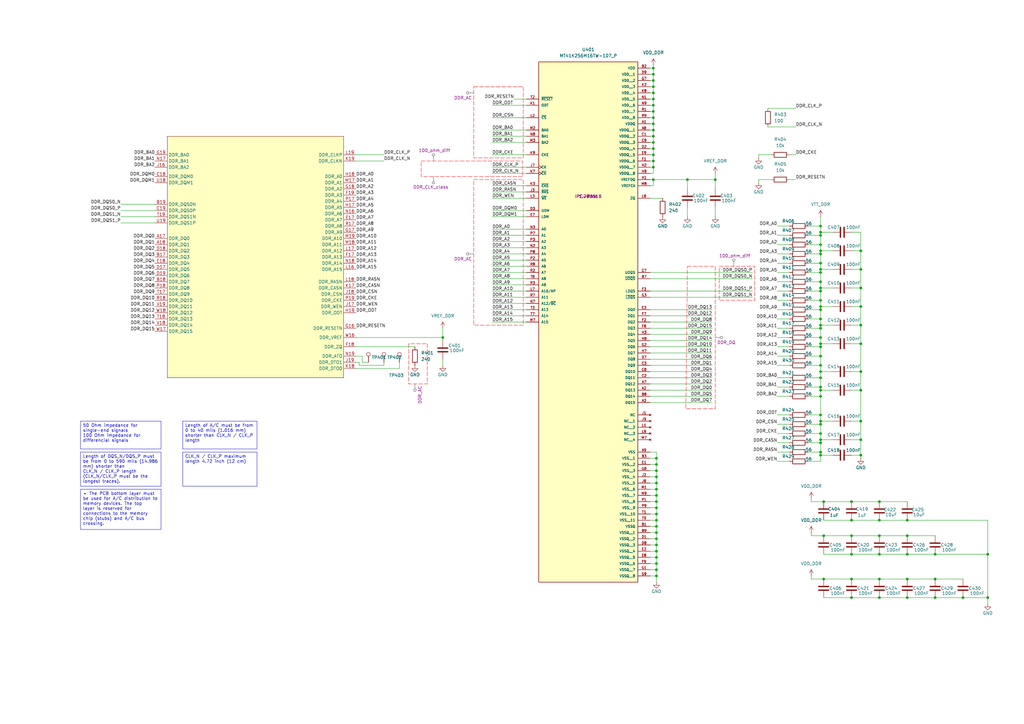
<source format=kicad_sch>
(kicad_sch (version 20250114) (generator "eeschema") (generator_version "9.0")
  (paper "A3")
  (title_block (comment 1 "Author: Mykola Grodskyi"))
  (text_box "Length of DQS_N/DQS_P must be from 0 to 590 mils (14.986 mm) shorter than\nCLK_N / CLK_P length (CLK_N/CLK_P must be the longest traces)." (at 33.02 185.42 0) (size 33.02 13.97) (margins 0.9525 0.9525 0.9525 0.9525) (effects (font (size 1.27 1.27)) (justify left top)))
  (text_box "• The PCB bottom layer must be used for A/C distribution to memory devices. The top\nlayer is reserved for connections to the memory chip (stubs) and A/C bus crossing." (at 33.02 200.66 0) (size 33.02 16.51) (margins 0.9525 0.9525 0.9525 0.9525) (effects (font (size 1.27 1.27)) (justify left top)))
  (text_box "CLK_N / CLK_P maximum length 4.72 inch (12 cm)" (at 74.93 185.42 0) (size 30.48 13.97) (margins 0.9525 0.9525 0.9525 0.9525) (effects (font (size 1.27 1.27)) (justify left top)))
  (text_box "50 Ohm impedance for single-end signals\n100 Ohm impedance for differencial signals" (at 33.02 172.72 0) (size 33.02 11.43) (margins 0.9525 0.9525 0.9525 0.9525) (effects (font (size 1.27 1.27)) (justify left top)))
  (text_box "Length of A/C must be from 0 to 40 mils (1.016 mm) shorter than CLK_N / CLK_P\nlength \n" (at 74.93 172.72 0) (size 30.48 11.43) (margins 0.9525 0.9525 0.9525 0.9525) (effects (font (size 1.27 1.27)) (justify left top)))
  (junction (at 267.97 60.96))
  (junction (at 336.55 177.8))
  (junction (at 269.24 193.04))
  (junction (at 269.24 233.68))
  (junction (at 267.97 73.66))
  (junction (at 269.24 200.66))
  (junction (at 353.06 186.69))
  (junction (at 349.25 237.49))
  (junction (at 336.55 170.18))
  (junction (at 269.24 205.74))
  (junction (at 269.24 187.96))
  (junction (at 269.24 223.52))
  (junction (at 269.24 210.82))
  (junction (at 336.55 111.76))
  (junction (at 372.11 245.11))
  (junction (at 353.06 140.97))
  (junction (at 267.97 68.58))
  (junction (at 267.97 27.94))
  (junction (at 394.97 245.11))
  (junction (at 336.55 173.99))
  (junction (at 336.55 186.69))
  (junction (at 336.55 138.43))
  (junction (at 336.55 102.87))
  (junction (at 336.55 100.33))
  (junction (at 293.37 73.66))
  (junction (at 336.55 123.19))
  (junction (at 360.68 219.71))
  (junction (at 337.82 219.71))
  (junction (at 353.06 160.02))
  (junction (at 336.55 152.4))
  (junction (at 267.97 35.56))
  (junction (at 353.06 125.73))
  (junction (at 383.54 227.33))
  (junction (at 349.25 205.74))
  (junction (at 269.24 220.98))
  (junction (at 383.54 245.11))
  (junction (at 269.24 208.28))
  (junction (at 336.55 180.34))
  (junction (at 267.97 66.04))
  (junction (at 269.24 195.58))
  (junction (at 336.55 133.35))
  (junction (at 349.25 219.71))
  (junction (at 181.61 138.43))
  (junction (at 336.55 115.57))
  (junction (at 360.68 213.36))
  (junction (at 349.25 227.33))
  (junction (at 336.55 162.56))
  (junction (at 337.82 205.74))
  (junction (at 336.55 172.72))
  (junction (at 372.11 227.33))
  (junction (at 336.55 92.71))
  (junction (at 267.97 40.64))
  (junction (at 353.06 152.4))
  (junction (at 269.24 198.12))
  (junction (at 353.06 118.11))
  (junction (at 269.24 226.06))
  (junction (at 372.11 213.36))
  (junction (at 360.68 205.74))
  (junction (at 353.06 133.35))
  (junction (at 267.97 45.72))
  (junction (at 336.55 160.02))
  (junction (at 336.55 119.38))
  (junction (at 353.06 102.87))
  (junction (at 269.24 231.14))
  (junction (at 336.55 118.11))
  (junction (at 269.24 190.5))
  (junction (at 267.97 63.5))
  (junction (at 372.11 237.49))
  (junction (at 269.24 218.44))
  (junction (at 336.55 134.62))
  (junction (at 383.54 237.49))
  (junction (at 267.97 30.48))
  (junction (at 336.55 154.94))
  (junction (at 405.13 227.33))
  (junction (at 336.55 95.25))
  (junction (at 360.68 227.33))
  (junction (at 372.11 219.71))
  (junction (at 336.55 104.14))
  (junction (at 267.97 50.8))
  (junction (at 353.06 180.34))
  (junction (at 336.55 110.49))
  (junction (at 269.24 228.6))
  (junction (at 267.97 43.18))
  (junction (at 269.24 215.9))
  (junction (at 353.06 172.72))
  (junction (at 267.97 33.02))
  (junction (at 336.55 125.73))
  (junction (at 281.94 73.66))
  (junction (at 360.68 245.11))
  (junction (at 336.55 130.81))
  (junction (at 336.55 142.24))
  (junction (at 267.97 53.34))
  (junction (at 269.24 203.2))
  (junction (at 336.55 185.42))
  (junction (at 337.82 237.49))
  (junction (at 269.24 213.36))
  (junction (at 336.55 146.05))
  (junction (at 353.06 110.49))
  (junction (at 267.97 38.1))
  (junction (at 269.24 236.22))
  (junction (at 267.97 48.26))
  (junction (at 349.25 213.36))
  (junction (at 336.55 149.86))
  (junction (at 267.97 58.42))
  (junction (at 360.68 237.49))
  (junction (at 336.55 96.52))
  (junction (at 336.55 158.75))
  (junction (at 336.55 181.61))
  (junction (at 405.13 245.11))
  (junction (at 336.55 107.95))
  (junction (at 349.25 245.11))
  (junction (at 336.55 127))
  (junction (at 267.97 55.88))
  (junction (at 336.55 140.97))
  (wire (pts (xy 269.24 205.74) (xy 269.24 208.28)))
  (wire (pts (xy 318.77 189.23) (xy 323.85 189.23)))
  (wire (pts (xy 353.06 102.87) (xy 353.06 110.49)))
  (wire (pts (xy 281.94 73.66) (xy 281.94 77.47)))
  (wire (pts (xy 269.24 193.04) (xy 269.24 195.58)))
  (wire (pts (xy 336.55 185.42) (xy 336.55 186.69)))
  (wire (pts (xy 336.55 100.33) (xy 336.55 102.87)))
  (wire (pts (xy 201.93 101.6) (xy 215.9 101.6)))
  (wire (pts (xy 341.63 186.69) (xy 336.55 186.69)))
  (wire (pts (xy 383.54 245.11) (xy 394.97 245.11)))
  (wire (pts (xy 336.55 104.14) (xy 336.55 107.95)))
  (wire (pts (xy 372.11 245.11) (xy 383.54 245.11)))
  (wire (pts (xy 336.55 95.25) (xy 336.55 96.52)))
  (wire (pts (xy 266.7 149.86) (xy 292.1 149.86)))
  (wire (pts (xy 157.48 66.04) (xy 146.05 66.04)))
  (wire (pts (xy 267.97 30.48) (xy 267.97 33.02)))
  (wire (pts (xy 336.55 92.71) (xy 336.55 95.25)))
  (wire (pts (xy 318.77 181.61) (xy 323.85 181.61)))
  (wire (pts (xy 336.55 119.38) (xy 331.47 119.38)))
  (wire (pts (xy 269.24 208.28) (xy 266.7 208.28)))
  (wire (pts (xy 336.55 111.76) (xy 336.55 115.57)))
  (wire (pts (xy 266.7 129.54) (xy 292.1 129.54)))
  (wire (pts (xy 311.15 73.66) (xy 316.23 73.66)))
  (wire (pts (xy 318.77 142.24) (xy 323.85 142.24)))
  (wire (pts (xy 353.06 140.97) (xy 353.06 152.4)))
  (wire (pts (xy 336.55 123.19) (xy 331.47 123.19)))
  (wire (pts (xy 269.24 198.12) (xy 266.7 198.12)))
  (wire (pts (xy 336.55 146.05) (xy 336.55 149.86)))
  (wire (pts (xy 337.82 219.71) (xy 349.25 219.71)))
  (wire (pts (xy 269.24 213.36) (xy 269.24 215.9)))
  (wire (pts (xy 336.55 181.61) (xy 336.55 185.42)))
  (wire (pts (xy 336.55 102.87) (xy 336.55 104.14)))
  (wire (pts (xy 336.55 142.24) (xy 331.47 142.24)))
  (wire (pts (xy 269.24 226.06) (xy 266.7 226.06)))
  (wire (pts (xy 49.53 86.36) (xy 63.5 86.36)))
  (wire (pts (xy 341.63 125.73) (xy 336.55 125.73)))
  (wire (pts (xy 336.55 115.57) (xy 331.47 115.57)))
  (wire (pts (xy 360.68 213.36) (xy 372.11 213.36)))
  (wire (pts (xy 341.63 102.87) (xy 336.55 102.87)))
  (wire (pts (xy 336.55 185.42) (xy 331.47 185.42)))
  (wire (pts (xy 336.55 170.18) (xy 336.55 172.72)))
  (wire (pts (xy 353.06 133.35) (xy 349.25 133.35)))
  (wire (pts (xy 269.24 200.66) (xy 266.7 200.66)))
  (wire (pts (xy 266.7 139.7) (xy 292.1 139.7)))
  (wire (pts (xy 311.15 63.5) (xy 316.23 63.5)))
  (wire (pts (xy 372.11 227.33) (xy 383.54 227.33)))
  (wire (pts (xy 336.55 92.71) (xy 331.47 92.71)))
  (wire (pts (xy 336.55 134.62) (xy 336.55 138.43)))
  (wire (pts (xy 267.97 40.64) (xy 267.97 43.18)))
  (wire (pts (xy 201.93 86.36) (xy 215.9 86.36)))
  (wire (pts (xy 267.97 43.18) (xy 267.97 45.72)))
  (wire (pts (xy 394.97 245.11) (xy 405.13 245.11)))
  (wire (pts (xy 49.53 91.44) (xy 63.5 91.44)))
  (wire (pts (xy 383.54 237.49) (xy 394.97 237.49)))
  (wire (pts (xy 266.7 157.48) (xy 292.1 157.48)))
  (wire (pts (xy 267.97 27.94) (xy 266.7 27.94)))
  (wire (pts (xy 405.13 245.11) (xy 405.13 247.65)))
  (wire (pts (xy 269.24 195.58) (xy 266.7 195.58)))
  (wire (pts (xy 269.24 220.98) (xy 266.7 220.98)))
  (wire (pts (xy 266.7 134.62) (xy 292.1 134.62)))
  (wire (pts (xy 201.93 121.92) (xy 215.9 121.92)))
  (wire (pts (xy 267.97 68.58) (xy 267.97 71.12)))
  (wire (pts (xy 267.97 33.02) (xy 266.7 33.02)))
  (wire (pts (xy 269.24 185.42) (xy 269.24 187.96)))
  (wire (pts (xy 266.7 119.38) (xy 308.61 119.38)))
  (wire (pts (xy 269.24 223.52) (xy 266.7 223.52)))
  (wire (pts (xy 349.25 219.71) (xy 360.68 219.71)))
  (wire (pts (xy 269.24 220.98) (xy 269.24 223.52)))
  (wire (pts (xy 146.05 146.05) (xy 148.59 146.05)))
  (wire (pts (xy 267.97 26.67) (xy 267.97 27.94)))
  (wire (pts (xy 267.97 55.88) (xy 266.7 55.88)))
  (wire (pts (xy 311.15 64.77) (xy 311.15 63.5)))
  (wire (pts (xy 372.11 219.71) (xy 383.54 219.71)))
  (wire (pts (xy 266.7 73.66) (xy 267.97 73.66)))
  (wire (pts (xy 267.97 55.88) (xy 267.97 58.42)))
  (wire (pts (xy 269.24 208.28) (xy 269.24 210.82)))
  (wire (pts (xy 336.55 186.69) (xy 336.55 189.23)))
  (wire (pts (xy 331.47 149.86) (xy 336.55 149.86)))
  (wire (pts (xy 372.11 237.49) (xy 383.54 237.49)))
  (wire (pts (xy 269.24 226.06) (xy 269.24 228.6)))
  (wire (pts (xy 266.7 162.56) (xy 292.1 162.56)))
  (wire (pts (xy 323.85 73.66) (xy 326.39 73.66)))
  (wire (pts (xy 266.7 160.02) (xy 292.1 160.02)))
  (wire (pts (xy 281.94 73.66) (xy 293.37 73.66)))
  (wire (pts (xy 266.7 114.3) (xy 308.61 114.3)))
  (wire (pts (xy 267.97 40.64) (xy 266.7 40.64)))
  (wire (pts (xy 269.24 187.96) (xy 269.24 190.5)))
  (wire (pts (xy 181.61 134.62) (xy 181.61 138.43)))
  (wire (pts (xy 318.77 111.76) (xy 323.85 111.76)))
  (wire (pts (xy 269.24 231.14) (xy 269.24 233.68)))
  (wire (pts (xy 353.06 160.02) (xy 349.25 160.02)))
  (wire (pts (xy 267.97 53.34) (xy 266.7 53.34)))
  (wire (pts (xy 353.06 160.02) (xy 353.06 172.72)))
  (wire (pts (xy 372.11 213.36) (xy 405.13 213.36)))
  (wire (pts (xy 266.7 144.78) (xy 292.1 144.78)))
  (wire (pts (xy 318.77 115.57) (xy 323.85 115.57)))
  (wire (pts (xy 405.13 227.33) (xy 405.13 245.11)))
  (wire (pts (xy 266.7 137.16) (xy 292.1 137.16)))
  (wire (pts (xy 267.97 63.5) (xy 266.7 63.5)))
  (wire (pts (xy 201.93 88.9) (xy 215.9 88.9)))
  (wire (pts (xy 336.55 152.4) (xy 336.55 154.94)))
  (wire (pts (xy 269.24 193.04) (xy 266.7 193.04)))
  (wire (pts (xy 201.93 81.28) (xy 215.9 81.28)))
  (wire (pts (xy 201.93 99.06) (xy 215.9 99.06)))
  (wire (pts (xy 341.63 152.4) (xy 336.55 152.4)))
  (wire (pts (xy 318.77 107.95) (xy 323.85 107.95)))
  (wire (pts (xy 336.55 133.35) (xy 336.55 134.62)))
  (wire (pts (xy 157.48 148.59) (xy 157.48 149.86)))
  (wire (pts (xy 353.06 172.72) (xy 349.25 172.72)))
  (wire (pts (xy 266.7 127) (xy 292.1 127)))
  (wire (pts (xy 269.24 210.82) (xy 266.7 210.82)))
  (wire (pts (xy 269.24 236.22) (xy 269.24 238.76)))
  (wire (pts (xy 146.05 151.13) (xy 163.83 151.13)))
  (wire (pts (xy 349.25 227.33) (xy 360.68 227.33)))
  (wire (pts (xy 318.77 130.81) (xy 323.85 130.81)))
  (wire (pts (xy 266.7 165.1) (xy 292.1 165.1)))
  (wire (pts (xy 336.55 115.57) (xy 336.55 118.11)))
  (wire (pts (xy 360.68 245.11) (xy 372.11 245.11)))
  (wire (pts (xy 353.06 133.35) (xy 353.06 140.97)))
  (wire (pts (xy 336.55 130.81) (xy 331.47 130.81)))
  (wire (pts (xy 49.53 88.9) (xy 63.5 88.9)))
  (wire (pts (xy 341.63 160.02) (xy 336.55 160.02)))
  (wire (pts (xy 201.93 96.52) (xy 215.9 96.52)))
  (wire (pts (xy 269.24 190.5) (xy 266.7 190.5)))
  (wire (pts (xy 318.77 154.94) (xy 323.85 154.94)))
  (wire (pts (xy 148.59 146.05) (xy 148.59 148.59)))
  (wire (pts (xy 336.55 172.72) (xy 336.55 173.99)))
  (wire (pts (xy 336.55 160.02) (xy 336.55 162.56)))
  (wire (pts (xy 336.55 162.56) (xy 336.55 170.18)))
  (wire (pts (xy 337.82 227.33) (xy 349.25 227.33)))
  (wire (pts (xy 349.25 245.11) (xy 360.68 245.11)))
  (wire (pts (xy 336.55 154.94) (xy 331.47 154.94)))
  (wire (pts (xy 353.06 152.4) (xy 349.25 152.4)))
  (wire (pts (xy 332.74 219.71) (xy 337.82 219.71)))
  (wire (pts (xy 269.24 228.6) (xy 266.7 228.6)))
  (wire (pts (xy 331.47 100.33) (xy 336.55 100.33)))
  (wire (pts (xy 267.97 38.1) (xy 266.7 38.1)))
  (wire (pts (xy 201.93 132.08) (xy 215.9 132.08)))
  (wire (pts (xy 266.7 81.28) (xy 271.78 81.28)))
  (wire (pts (xy 269.24 213.36) (xy 266.7 213.36)))
  (wire (pts (xy 269.24 215.9) (xy 266.7 215.9)))
  (wire (pts (xy 157.48 149.86) (xy 147.32 149.86)))
  (wire (pts (xy 267.97 53.34) (xy 267.97 55.88)))
  (wire (pts (xy 336.55 134.62) (xy 331.47 134.62)))
  (wire (pts (xy 353.06 180.34) (xy 349.25 180.34)))
  (wire (pts (xy 337.82 213.36) (xy 349.25 213.36)))
  (wire (pts (xy 336.55 162.56) (xy 331.47 162.56)))
  (wire (pts (xy 147.32 149.86) (xy 147.32 148.59)))
  (wire (pts (xy 336.55 107.95) (xy 336.55 110.49)))
  (wire (pts (xy 163.83 151.13) (xy 163.83 148.59)))
  (wire (pts (xy 353.06 180.34) (xy 353.06 186.69)))
  (wire (pts (xy 266.7 142.24) (xy 292.1 142.24)))
  (wire (pts (xy 332.74 236.22) (xy 332.74 237.49)))
  (wire (pts (xy 201.93 93.98) (xy 215.9 93.98)))
  (wire (pts (xy 201.93 104.14) (xy 215.9 104.14)))
  (wire (pts (xy 201.93 48.26) (xy 215.9 48.26)))
  (wire (pts (xy 201.93 116.84) (xy 215.9 116.84)))
  (wire (pts (xy 267.97 76.2) (xy 267.97 73.66)))
  (wire (pts (xy 341.63 180.34) (xy 336.55 180.34)))
  (wire (pts (xy 353.06 95.25) (xy 349.25 95.25)))
  (wire (pts (xy 349.25 213.36) (xy 360.68 213.36)))
  (wire (pts (xy 181.61 139.7) (xy 181.61 138.43)))
  (wire (pts (xy 201.93 63.5) (xy 215.9 63.5)))
  (wire (pts (xy 293.37 73.66) (xy 293.37 77.47)))
  (wire (pts (xy 336.55 118.11) (xy 336.55 119.38)))
  (wire (pts (xy 269.24 203.2) (xy 269.24 205.74)))
  (wire (pts (xy 318.77 100.33) (xy 323.85 100.33)))
  (wire (pts (xy 201.93 124.46) (xy 215.9 124.46)))
  (wire (pts (xy 201.93 43.18) (xy 215.9 43.18)))
  (wire (pts (xy 201.93 114.3) (xy 215.9 114.3)))
  (wire (pts (xy 336.55 149.86) (xy 336.55 152.4)))
  (wire (pts (xy 353.06 118.11) (xy 349.25 118.11)))
  (wire (pts (xy 269.24 198.12) (xy 269.24 200.66)))
  (wire (pts (xy 281.94 88.9) (xy 281.94 85.09)))
  (wire (pts (xy 353.06 186.69) (xy 349.25 186.69)))
  (wire (pts (xy 318.77 170.18) (xy 323.85 170.18)))
  (wire (pts (xy 336.55 181.61) (xy 331.47 181.61)))
  (wire (pts (xy 331.47 104.14) (xy 336.55 104.14)))
  (wire (pts (xy 269.24 185.42) (xy 266.7 185.42)))
  (wire (pts (xy 336.55 189.23) (xy 331.47 189.23)))
  (wire (pts (xy 266.7 147.32) (xy 292.1 147.32)))
  (wire (pts (xy 353.06 125.73) (xy 349.25 125.73)))
  (wire (pts (xy 201.93 76.2) (xy 215.9 76.2)))
  (wire (pts (xy 341.63 133.35) (xy 336.55 133.35)))
  (wire (pts (xy 201.93 71.12) (xy 215.9 71.12)))
  (wire (pts (xy 201.93 55.88) (xy 215.9 55.88)))
  (wire (pts (xy 267.97 58.42) (xy 266.7 58.42)))
  (wire (pts (xy 267.97 33.02) (xy 267.97 35.56)))
  (wire (pts (xy 201.93 53.34) (xy 215.9 53.34)))
  (wire (pts (xy 293.37 88.9) (xy 293.37 85.09)))
  (wire (pts (xy 267.97 35.56) (xy 267.97 38.1)))
  (wire (pts (xy 337.82 205.74) (xy 349.25 205.74)))
  (wire (pts (xy 341.63 110.49) (xy 336.55 110.49)))
  (wire (pts (xy 314.96 44.45) (xy 326.39 44.45)))
  (wire (pts (xy 353.06 186.69) (xy 353.06 187.96)))
  (wire (pts (xy 353.06 172.72) (xy 353.06 180.34)))
  (wire (pts (xy 360.68 227.33) (xy 372.11 227.33)))
  (wire (pts (xy 267.97 58.42) (xy 267.97 60.96)))
  (wire (pts (xy 269.24 228.6) (xy 269.24 231.14)))
  (wire (pts (xy 332.74 218.44) (xy 332.74 219.71)))
  (wire (pts (xy 269.24 233.68) (xy 266.7 233.68)))
  (wire (pts (xy 318.77 146.05) (xy 323.85 146.05)))
  (wire (pts (xy 336.55 125.73) (xy 336.55 127)))
  (wire (pts (xy 353.06 95.25) (xy 353.06 102.87)))
  (wire (pts (xy 337.82 237.49) (xy 349.25 237.49)))
  (wire (pts (xy 269.24 203.2) (xy 266.7 203.2)))
  (wire (pts (xy 269.24 231.14) (xy 266.7 231.14)))
  (wire (pts (xy 353.06 140.97) (xy 349.25 140.97)))
  (wire (pts (xy 267.97 66.04) (xy 266.7 66.04)))
  (wire (pts (xy 318.77 96.52) (xy 323.85 96.52)))
  (wire (pts (xy 148.59 148.59) (xy 151.13 148.59)))
  (wire (pts (xy 146.05 138.43) (xy 181.61 138.43)))
  (wire (pts (xy 332.74 204.47) (xy 332.74 205.74)))
  (wire (pts (xy 336.55 140.97) (xy 336.55 142.24)))
  (wire (pts (xy 353.06 152.4) (xy 353.06 160.02)))
  (wire (pts (xy 267.97 60.96) (xy 266.7 60.96)))
  (wire (pts (xy 269.24 205.74) (xy 266.7 205.74)))
  (wire (pts (xy 269.24 218.44) (xy 269.24 220.98)))
  (wire (pts (xy 336.55 127) (xy 331.47 127)))
  (wire (pts (xy 146.05 148.59) (xy 147.32 148.59)))
  (wire (pts (xy 341.63 118.11) (xy 336.55 118.11)))
  (wire (pts (xy 336.55 107.95) (xy 331.47 107.95)))
  (wire (pts (xy 318.77 185.42) (xy 323.85 185.42)))
  (wire (pts (xy 318.77 134.62) (xy 323.85 134.62)))
  (wire (pts (xy 267.97 43.18) (xy 266.7 43.18)))
  (wire (pts (xy 341.63 140.97) (xy 336.55 140.97)))
  (wire (pts (xy 267.97 35.56) (xy 266.7 35.56)))
  (wire (pts (xy 318.77 177.8) (xy 323.85 177.8)))
  (wire (pts (xy 341.63 95.25) (xy 336.55 95.25)))
  (wire (pts (xy 210.82 40.64) (xy 215.9 40.64)))
  (wire (pts (xy 336.55 142.24) (xy 336.55 146.05)))
  (wire (pts (xy 318.77 123.19) (xy 323.85 123.19)))
  (wire (pts (xy 146.05 142.24) (xy 170.18 142.24)))
  (wire (pts (xy 353.06 102.87) (xy 349.25 102.87)))
  (wire (pts (xy 336.55 110.49) (xy 336.55 111.76)))
  (wire (pts (xy 336.55 158.75) (xy 336.55 160.02)))
  (wire (pts (xy 336.55 123.19) (xy 336.55 125.73)))
  (wire (pts (xy 267.97 27.94) (xy 267.97 30.48)))
  (wire (pts (xy 341.63 172.72) (xy 336.55 172.72)))
  (wire (pts (xy 318.77 104.14) (xy 323.85 104.14)))
  (wire (pts (xy 349.25 205.74) (xy 360.68 205.74)))
  (wire (pts (xy 318.77 92.71) (xy 323.85 92.71)))
  (wire (pts (xy 267.97 45.72) (xy 266.7 45.72)))
  (wire (pts (xy 336.55 119.38) (xy 336.55 123.19)))
  (wire (pts (xy 336.55 111.76) (xy 331.47 111.76)))
  (wire (pts (xy 293.37 71.12) (xy 293.37 73.66)))
  (wire (pts (xy 318.77 158.75) (xy 323.85 158.75)))
  (wire (pts (xy 269.24 233.68) (xy 269.24 236.22)))
  (wire (pts (xy 267.97 48.26) (xy 267.97 50.8)))
  (wire (pts (xy 201.93 68.58) (xy 215.9 68.58)))
  (wire (pts (xy 201.93 111.76) (xy 215.9 111.76)))
  (wire (pts (xy 267.97 63.5) (xy 267.97 66.04)))
  (wire (pts (xy 181.61 149.86) (xy 181.61 147.32)))
  (wire (pts (xy 267.97 38.1) (xy 267.97 40.64)))
  (wire (pts (xy 336.55 177.8) (xy 331.47 177.8)))
  (wire (pts (xy 318.77 127) (xy 323.85 127)))
  (wire (pts (xy 336.55 170.18) (xy 331.47 170.18)))
  (wire (pts (xy 353.06 110.49) (xy 349.25 110.49)))
  (wire (pts (xy 269.24 200.66) (xy 269.24 203.2)))
  (wire (pts (xy 336.55 180.34) (xy 336.55 181.61)))
  (wire (pts (xy 267.97 50.8) (xy 266.7 50.8)))
  (wire (pts (xy 353.06 118.11) (xy 353.06 125.73)))
  (wire (pts (xy 269.24 190.5) (xy 269.24 193.04)))
  (wire (pts (xy 266.7 111.76) (xy 308.61 111.76)))
  (wire (pts (xy 201.93 109.22) (xy 215.9 109.22)))
  (wire (pts (xy 336.55 177.8) (xy 336.55 180.34)))
  (wire (pts (xy 336.55 154.94) (xy 336.55 158.75)))
  (wire (pts (xy 318.77 173.99) (xy 323.85 173.99)))
  (wire (pts (xy 318.77 119.38) (xy 323.85 119.38)))
  (wire (pts (xy 336.55 96.52) (xy 336.55 100.33)))
  (wire (pts (xy 318.77 149.86) (xy 323.85 149.86)))
  (wire (pts (xy 267.97 50.8) (xy 267.97 53.34)))
  (wire (pts (xy 269.24 187.96) (xy 266.7 187.96)))
  (wire (pts (xy 267.97 30.48) (xy 266.7 30.48)))
  (wire (pts (xy 266.7 76.2) (xy 267.97 76.2)))
  (wire (pts (xy 266.7 154.94) (xy 292.1 154.94)))
  (wire (pts (xy 49.53 83.82) (xy 63.5 83.82)))
  (wire (pts (xy 201.93 119.38) (xy 215.9 119.38)))
  (wire (pts (xy 360.68 205.74) (xy 372.11 205.74)))
  (wire (pts (xy 336.55 146.05) (xy 331.47 146.05)))
  (wire (pts (xy 266.7 132.08) (xy 292.1 132.08)))
  (wire (pts (xy 269.24 236.22) (xy 266.7 236.22)))
  (wire (pts (xy 353.06 125.73) (xy 353.06 133.35)))
  (wire (pts (xy 353.06 110.49) (xy 353.06 118.11)))
  (wire (pts (xy 349.25 237.49) (xy 360.68 237.49)))
  (wire (pts (xy 318.77 162.56) (xy 323.85 162.56)))
  (wire (pts (xy 336.55 173.99) (xy 331.47 173.99)))
  (wire (pts (xy 267.97 45.72) (xy 267.97 48.26)))
  (wire (pts (xy 332.74 205.74) (xy 337.82 205.74)))
  (wire (pts (xy 267.97 48.26) (xy 266.7 48.26)))
  (wire (pts (xy 267.97 60.96) (xy 267.97 63.5)))
  (wire (pts (xy 201.93 58.42) (xy 215.9 58.42)))
  (wire (pts (xy 383.54 227.33) (xy 405.13 227.33)))
  (wire (pts (xy 336.55 127) (xy 336.55 130.81)))
  (wire (pts (xy 336.55 138.43) (xy 331.47 138.43)))
  (wire (pts (xy 318.77 138.43) (xy 323.85 138.43)))
  (wire (pts (xy 201.93 129.54) (xy 215.9 129.54)))
  (wire (pts (xy 332.74 237.49) (xy 337.82 237.49)))
  (wire (pts (xy 267.97 66.04) (xy 267.97 68.58)))
  (wire (pts (xy 336.55 158.75) (xy 331.47 158.75)))
  (wire (pts (xy 269.24 215.9) (xy 269.24 218.44)))
  (wire (pts (xy 157.48 63.5) (xy 146.05 63.5)))
  (wire (pts (xy 405.13 213.36) (xy 405.13 227.33)))
  (wire (pts (xy 360.68 219.71) (xy 372.11 219.71)))
  (wire (pts (xy 269.24 195.58) (xy 269.24 198.12)))
  (wire (pts (xy 267.97 73.66) (xy 281.94 73.66)))
  (wire (pts (xy 269.24 210.82) (xy 269.24 213.36)))
  (wire (pts (xy 269.24 223.52) (xy 269.24 226.06)))
  (wire (pts (xy 326.39 52.07) (xy 314.96 52.07)))
  (wire (pts (xy 323.85 63.5) (xy 326.39 63.5)))
  (wire (pts (xy 266.7 121.92) (xy 308.61 121.92)))
  (wire (pts (xy 201.93 106.68) (xy 215.9 106.68)))
  (wire (pts (xy 336.55 173.99) (xy 336.55 177.8)))
  (wire (pts (xy 201.93 127) (xy 215.9 127)))
  (wire (pts (xy 201.93 78.74) (xy 215.9 78.74)))
  (wire (pts (xy 267.97 68.58) (xy 266.7 68.58)))
  (wire (pts (xy 360.68 237.49) (xy 372.11 237.49)))
  (wire (pts (xy 269.24 218.44) (xy 266.7 218.44)))
  (wire (pts (xy 331.47 96.52) (xy 336.55 96.52)))
  (wire (pts (xy 337.82 245.11) (xy 349.25 245.11)))
  (wire (pts (xy 311.15 74.93) (xy 311.15 73.66)))
  (wire (pts (xy 266.7 152.4) (xy 292.1 152.4)))
  (wire (pts (xy 336.55 130.81) (xy 336.55 133.35)))
  (wire (pts (xy 336.55 138.43) (xy 336.55 140.97)))
  (wire (pts (xy 267.97 71.12) (xy 266.7 71.12)))
  (wire (pts (xy 336.55 88.9) (xy 336.55 92.71)))
  (label "DDR_RASN" (at 201.93 78.74 0))
  (label "DDR_DQS0_P" (at 308.61 111.76 180))
  (label "DDR_A15" (at 201.93 132.08 0))
  (label "DDR_DQ10" (at 63.5 123.19 180))
  (label "DDR_DQ9" (at 63.5 120.65 180))
  (label "DDR_A10" (at 318.77 130.81 180))
  (label "DDR_A12" (at 201.93 124.46 0))
  (label "DDR_CKE" (at 318.77 177.8 180))
  (label "DDR_DQ3" (at 63.5 105.41 180))
  (label "DDR_A1" (at 201.93 96.52 0))
  (label "DDR_CASN" (at 318.77 181.61 180))
  (label "DDR_ODT" (at 201.93 43.18 0))
  (label "DDR_BA0" (at 63.5 63.5 180))
  (label "DDR_DQ5" (at 63.5 110.49 180))
  (label "DDR_DQ2" (at 292.1 157.48 180))
  (label "DDR_A2" (at 146.05 77.47 0))
  (label "DDR_A8" (at 318.77 123.19 180))
  (label "DDR_DQ14" (at 292.1 139.7 180))
  (label "DDR_DQS1_P" (at 308.61 119.38 180))
  (label "DDR_A10" (at 201.93 119.38 0))
  (label "DDR_A3" (at 146.05 80.01 0))
  (label "DDR_A3" (at 318.77 104.14 180))
  (label "DDR_A9" (at 146.05 95.25 0))
  (label "DDR_DQ0" (at 292.1 160.02 180))
  (label "DDR_BA2" (at 63.5 68.58 180))
  (label "DDR_A14" (at 318.77 146.05 180))
  (label "DDR_CSN" (at 201.93 48.26 0))
  (label "DDR_A4" (at 146.05 82.55 0))
  (label "DDR_DQS1_P" (at 49.53 91.44 180))
  (label "DDR_CKE" (at 326.39 63.5 0))
  (label "DDR_A7" (at 318.77 119.38 180))
  (label "DDR_A5" (at 201.93 106.68 0))
  (label "DDR_A9" (at 318.77 127 180))
  (label "DDR_DQM0" (at 201.93 86.36 0))
  (label "DDR_DQ8" (at 63.5 118.11 180))
  (label "DDR_CASN" (at 201.93 76.2 0))
  (label "DDR_A4" (at 318.77 107.95 180))
  (label "DDR_CLK_N" (at 157.48 66.04 0))
  (label "DDR_DQ13" (at 292.1 127 180))
  (label "DDR_A3" (at 201.93 101.6 0))
  (label "DDR_RESETN" (at 146.05 134.62 0))
  (label "DDR_ODT" (at 146.05 128.27 0))
  (label "DDR_A0" (at 146.05 72.39 0))
  (label "DDR_DQ10" (at 292.1 142.24 180))
  (label "DDR_CLK_P" (at 157.48 63.5 0))
  (label "DDR_DQ3" (at 292.1 154.94 180))
  (label "DDR_CKE" (at 201.93 63.5 0))
  (label "DDR_WEN" (at 146.05 125.73 0))
  (label "DDR_DQ14" (at 63.5 133.35 180))
  (label "DDR_BA0" (at 318.77 154.94 180))
  (label "DDR_BA1" (at 63.5 66.04 180))
  (label "DDR_DQ11" (at 292.1 144.78 180))
  (label "DDR_BA1" (at 201.93 55.88 0))
  (label "DDR_A14" (at 201.93 129.54 0))
  (label "DDR_WEN" (at 318.77 189.23 180))
  (label "DDR_CLK_N" (at 326.39 52.07 0))
  (label "DDR_A8" (at 201.93 114.3 0))
  (label "DDR_DQ7" (at 63.5 115.57 180))
  (label "DDR_DQ7" (at 292.1 165.1 180))
  (label "DDR_CKE" (at 146.05 123.19 0))
  (label "DDR_DQ15" (at 292.1 134.62 180))
  (label "DDR_A6" (at 318.77 115.57 180))
  (label "DDR_DQ4" (at 292.1 152.4 180))
  (label "DDR_BA2" (at 318.77 162.56 180))
  (label "DDR_A1" (at 318.77 96.52 180))
  (label "DDR_A0" (at 318.77 92.71 180))
  (label "DDR_A2" (at 318.77 100.33 180))
  (label "DDR_DQ13" (at 63.5 130.81 180))
  (label "DDR_A15" (at 146.05 110.49 0))
  (label "DDR_ODT" (at 318.77 170.18 180))
  (label "DDR_DQS1_N" (at 49.53 88.9 180))
  (label "DDR_DQ6" (at 63.5 113.03 180))
  (label "DDR_A13" (at 318.77 142.24 180))
  (label "DDR_DQ12" (at 63.5 128.27 180))
  (label "DDR_A14" (at 146.05 107.95 0))
  (label "DDR_DQ15" (at 63.5 135.89 180))
  (label "DDR_A1" (at 146.05 74.93 0))
  (label "DDR_DQS0_P" (at 49.53 86.36 180))
  (label "DDR_A11" (at 201.93 121.92 0))
  (label "DDR_CLK_P" (at 326.39 44.45 0))
  (label "DDR_A7" (at 146.05 90.17 0))
  (label "DDR_BA2" (at 201.93 58.42 0))
  (label "DDR_A2" (at 201.93 99.06 0))
  (label "DDR_A4" (at 201.93 104.14 0))
  (label "DDR_A5" (at 146.05 85.09 0))
  (label "DDR_A9" (at 201.93 116.84 0))
  (label "DDR_DQ2" (at 63.5 102.87 180))
  (label "DDR_A15" (at 318.77 149.86 180))
  (label "DDR_A6" (at 146.05 87.63 0))
  (label "DDR_A8" (at 146.05 92.71 0))
  (label "DDR_A12" (at 146.05 102.87 0))
  (label "DDR_DQS0_N" (at 49.53 83.82 180))
  (label "DDR_A7" (at 201.93 111.76 0))
  (label "DDR_DQ0" (at 63.5 97.79 180))
  (label "DDR_DQ1" (at 292.1 149.86 180))
  (label "DDR_DQ8" (at 292.1 132.08 180))
  (label "DDR_A5" (at 318.77 111.76 180))
  (label "DDR_RASN" (at 146.05 115.57 0))
  (label "DDR_RESETN" (at 210.82 40.64 180))
  (label "DDR_A12" (at 318.77 138.43 180))
  (label "DDR_DQ11" (at 63.5 125.73 180))
  (label "DDR_CLK_P" (at 201.93 68.58 0))
  (label "DDR_CLK_N" (at 201.93 71.12 0))
  (label "DDR_DQS1_N" (at 308.61 121.92 180))
  (label "DDR_DQ9" (at 292.1 137.16 180))
  (label "DDR_CSN" (at 318.77 173.99 180))
  (label "DDR_A11" (at 318.77 134.62 180))
  (label "DDR_A11" (at 146.05 100.33 0))
  (label "DDR_DQM1" (at 201.93 88.9 0))
  (label "DDR_BA0" (at 201.93 53.34 0))
  (label "DDR_A10" (at 146.05 97.79 0))
  (label "DDR_CASN" (at 146.05 118.11 0))
  (label "DDR_DQ6" (at 292.1 147.32 180))
  (label "DDR_DQ4" (at 63.5 107.95 180))
  (label "DDR_CSN" (at 146.05 120.65 0))
  (label "DDR_DQM0" (at 63.5 72.39 180))
  (label "DDR_DQ1" (at 63.5 100.33 180))
  (label "DDR_RASN" (at 318.77 185.42 180))
  (label "DDR_A6" (at 201.93 109.22 0))
  (label "DDR_DQ5" (at 292.1 162.56 180))
  (label "DDR_WEN" (at 201.93 81.28 0))
  (label "DDR_DQ12" (at 292.1 129.54 180))
  (label "DDR_DQM1" (at 63.5 74.93 180))
  (label "DDR_A13" (at 146.05 105.41 0))
  (label "DDR_DQS0_N" (at 308.61 114.3 180))
  (label "DDR_A0" (at 201.93 93.98 0))
  (label "DDR_A13" (at 201.93 127 0))
  (label "DDR_RESETN" (at 326.39 73.66 0))
  (label "DDR_BA1" (at 318.77 158.75 180))
  (rule_area (polyline (pts (xy 194.31 35.56) (xy 214.63 35.56) (xy 214.63 64.77) (xy 194.31 64.77)) (stroke (width 0) (type dash))))
  (rule_area (polyline (pts (xy 194.31 73.66) (xy 214.63 73.66) (xy 214.63 133.35) (xy 194.31 133.35)) (stroke (width 0) (type dash))))
  (rule_area (polyline (pts (xy 172.72 66.04) (xy 214.3125 66.04) (xy 214.3125 72.39) (xy 172.72 72.39)) (stroke (width 0) (type dash))))
  (rule_area (polyline (pts (xy 294.9575 109.22) (xy 309.5625 109.22) (xy 309.5625 123.19) (xy 294.9575 123.19)) (stroke (width 0) (type dash))))
  (rule_area (polyline (pts (xy 281.94 109.22) (xy 293.37 109.22) (xy 293.37 167.64) (xy 281.305 167.64)) (stroke (width 0) (type dash))))
  (rule_area (polyline (pts (xy 167.64 140.97) (xy 167.64 157.48) (xy 175.26 157.48) (xy 175.26 140.97)) (stroke (width 0) (type dash))))
  (netclass_flag "" (length 2.54) (shape round) (at 177.8 66.04 0) (property "Netclass" "100_ohm_diff" (at 171.704 61.722 0) (effects (justify left))))
  (netclass_flag "" (length 2.54) (shape round) (at 177.8 72.39 180) (property "Netclass" "DDR_CLK_class" (at 183.896 76.708 0) (effects (justify right))))
  (netclass_flag "" (length 2.54) (shape round) (at 170.18 157.48 180) (property "Netclass" "DDR_AC" (at 172.212 158.242 90) (effects (justify right))))
  (netclass_flag "" (length 2.54) (shape round) (at 194.31 104.14 90) (property "Netclass" "DDR_AC" (at 193.548 106.172 0) (effects (justify right))))
  (netclass_flag "" (length 2.54) (shape round) (at 293.37 138.43 270) (property "Netclass" "DDR_DQ" (at 294.132 140.462 0) (effects (justify left))))
  (netclass_flag "" (length 2.54) (shape round) (at 300.99 109.22 0) (property "Netclass" "100_ohm_diff" (at 294.894 104.902 0) (effects (justify left))))
  (netclass_flag "" (length 2.54) (shape round) (at 194.31 38.1 90) (property "Netclass" "DDR_AC" (at 193.548 40.132 0) (effects (justify right))))
  (symbol (lib_id "Connector:TestPoint") (at 163.83 148.59 0) (unit 1)
    (property "Reference" "TP403" (at 159.512 153.924 0) (effects (justify left)))
    (property "Value" "TestPoint" (effects (hide yes)))
    (property "Footprint" "Library:TP_0.5mm" (effects (hide yes)))
    (property "Description" "test point" (effects (hide yes)))
  )
  (symbol (lib_id "power:+36V") (at 332.74 236.22 0) (unit 1)
    (property "Reference" "#PWR0414" (effects (hide yes)))
    (property "Value" "VDD_DDR" (at 332.74 231.14 0))
    (property "Description" "Power symbol creates a global label with name \"+36V\"" (effects (hide yes)))
  )
  (symbol (lib_id "Device:R") (at 327.66 170.18 90) (unit 1)
    (property "Reference" "R424" (at 323.342 168.148 90))
    (property "Value" "56" (at 331.724 169.164 90))
    (property "Footprint" "Resistor_SMD:R_0402_1005Metric" (effects (hide yes)))
    (property "Description" "Resistor" (effects (hide yes)))
  )
  (symbol (lib_id "power:GND") (at 170.18 149.86 0) (unit 1)
    (property "Reference" "#PWR0401" (effects (hide yes)))
    (property "Value" "GND" (at 170.18 153.67 0))
    (property "Description" "Power symbol creates a global label with name \"GND\" , ground" (effects (hide yes)))
  )
  (symbol (lib_id "power:GND") (at 311.15 74.93 0) (unit 1)
    (property "Reference" "#PWR0411" (effects (hide yes)))
    (property "Value" "GND" (at 311.15 78.74 0))
    (property "Description" "Power symbol creates a global label with name \"GND\" , ground" (effects (hide yes)))
  )
  (symbol (lib_id "Device:R") (at 314.96 48.26 0) (unit 1)
    (property "Reference" "R403" (at 317.5 46.9899 0) (effects (justify left)))
    (property "Value" "100" (at 317.5 49.5299 0) (effects (justify left)))
    (property "Footprint" "Resistor_SMD:R_0402_1005Metric" (effects (hide yes)))
    (property "Description" "Resistor" (effects (hide yes)))
  )
  (symbol (lib_id "Device:C") (at 372.11 209.55 180) (unit 1)
    (property "Reference" "C425" (at 376.428 209.042 0))
    (property "Value" "10uF" (at 376.936 211.074 0))
    (property "Footprint" "Capacitor_SMD:C_0603_1608Metric" (effects (hide yes)))
    (property "Description" "Unpolarized capacitor" (effects (hide yes)))
    (property "P/N" "GRT188R61A106KE13D" (effects (hide yes)))
    (property "Mouser P/N" "81-GRT188R61A106KE3D" (effects (hide yes)))
  )
  (symbol (lib_id "Device:C") (at 349.25 241.3 180) (unit 1)
    (property "Reference" "C421" (at 354.076 241.3 0))
    (property "Value" "100nF" (at 355.092 243.332 0))
    (property "Footprint" "Capacitor_SMD:C_0402_1005Metric" (effects (hide yes)))
    (property "Description" "Unpolarized capacitor" (effects (hide yes)))
    (property "P/N" " GRM155R61E104KA87J" (effects (hide yes)))
    (property "Mouser P/N" "81-GRM155R61E104KA7J" (effects (hide yes)))
  )
  (symbol (lib_id "Device:C") (at 345.44 140.97 90) (unit 1)
    (property "Reference" "C413" (at 341.884 138.938 90))
    (property "Value" "100nF" (at 350.012 138.938 90))
    (property "Footprint" "Capacitor_SMD:C_0402_1005Metric" (effects (hide yes)))
    (property "Description" "Unpolarized capacitor" (effects (hide yes)))
    (property "P/N" " GRM155R61E104KA87J" (effects (hide yes)))
    (property "Mouser P/N" "81-GRM155R61E104KA7J" (effects (hide yes)))
  )
  (symbol (lib_id "Device:C") (at 345.44 118.11 90) (unit 1)
    (property "Reference" "C410" (at 341.884 116.078 90))
    (property "Value" "100nF" (at 350.012 116.078 90))
    (property "Footprint" "Capacitor_SMD:C_0402_1005Metric" (effects (hide yes)))
    (property "Description" "Unpolarized capacitor" (effects (hide yes)))
    (property "P/N" " GRM155R61E104KA87J" (effects (hide yes)))
    (property "Mouser P/N" "81-GRM155R61E104KA7J" (effects (hide yes)))
  )
  (symbol (lib_id "Device:C") (at 345.44 102.87 90) (unit 1)
    (property "Reference" "C408" (at 341.884 100.838 90))
    (property "Value" "100nF" (at 350.012 100.838 90))
    (property "Footprint" "Capacitor_SMD:C_0402_1005Metric" (effects (hide yes)))
    (property "Description" "Unpolarized capacitor" (effects (hide yes)))
    (property "P/N" " GRM155R61E104KA87J" (effects (hide yes)))
    (property "Mouser P/N" "81-GRM155R61E104KA7J" (effects (hide yes)))
  )
  (symbol (lib_id "Device:C") (at 345.44 160.02 90) (unit 1)
    (property "Reference" "C415" (at 341.884 157.988 90))
    (property "Value" "100nF" (at 350.012 157.988 90))
    (property "Footprint" "Capacitor_SMD:C_0402_1005Metric" (effects (hide yes)))
    (property "Description" "Unpolarized capacitor" (effects (hide yes)))
    (property "P/N" " GRM155R61E104KA87J" (effects (hide yes)))
    (property "Mouser P/N" "81-GRM155R61E104KA7J" (effects (hide yes)))
  )
  (symbol (lib_id "Device:C") (at 181.61 143.51 180) (unit 1)
    (property "Reference" "C401" (at 186.436 141.732 0))
    (property "Value" "100nF" (at 187.452 143.764 0))
    (property "Footprint" "Capacitor_SMD:C_0402_1005Metric" (effects (hide yes)))
    (property "Description" "Unpolarized capacitor" (effects (hide yes)))
    (property "P/N" " GRM155R61E104KA87J" (effects (hide yes)))
    (property "Mouser P/N" "81-GRM155R61E104KA7J" (effects (hide yes)))
  )
  (symbol (lib_id "Device:C") (at 394.97 241.3 180) (unit 1)
    (property "Reference" "C430" (at 399.796 241.3 0))
    (property "Value" "100nF" (at 400.812 243.332 0))
    (property "Footprint" "Capacitor_SMD:C_0402_1005Metric" (effects (hide yes)))
    (property "Description" "Unpolarized capacitor" (effects (hide yes)))
    (property "P/N" " GRM155R61E104KA87J" (effects (hide yes)))
    (property "Mouser P/N" "81-GRM155R61E104KA7J" (effects (hide yes)))
  )
  (symbol (lib_id "power:+36V") (at 293.37 71.12 0) (unit 1)
    (property "Reference" "#PWR0408" (effects (hide yes)))
    (property "Value" "VREF_DDR" (at 293.37 66.04 0))
    (property "Description" "Power symbol creates a global label with name \"+36V\"" (effects (hide yes)))
  )
  (symbol (lib_id "Device:R") (at 327.66 130.81 90) (unit 1)
    (property "Reference" "R416" (at 323.342 128.778 90))
    (property "Value" "56" (at 331.724 129.794 90))
    (property "Footprint" "Resistor_SMD:R_0402_1005Metric" (effects (hide yes)))
    (property "Description" "Resistor" (effects (hide yes)))
  )
  (symbol (lib_id "MT41K256M16TW-107_P:MT41K256M16TW-107_P") (at 241.3 81.28 0) (unit 1)
    (property "Reference" "U401" (at 241.3 20.32 0))
    (property "Value" "MT41K256M16TW-107_P" (at 241.3 22.86 0))
    (property "Footprint" "lib:BGA96C80P9X16_1400X800X120" (effects (hide yes)))
    (property "MANUFACTURER" "Micron" (effects (hide yes)))
    (property "P/N" "MT41K256M16TW-107:P" (effects (hide yes)))
    (property "Mouser P/N" "340-265846-TRAY" (effects (hide yes)))
    (property "PARTREV" "P" (at 241.3 81.28 0) (effects (justify bottom)))
    (property "STANDARD" "IPC-7351B" (at 241.3 81.28 0) (effects (justify bottom)))
    (property "MAXIMUM_PACKAGE_HEIGHT" "1.20mm" (at 241.3 81.28 0) (effects (justify bottom)))
  )
  (symbol (lib_id "Device:R") (at 327.66 162.56 90) (unit 1)
    (property "Reference" "R423" (at 323.342 160.528 90))
    (property "Value" "56" (at 331.724 161.544 90))
    (property "Footprint" "Resistor_SMD:R_0402_1005Metric" (effects (hide yes)))
    (property "Description" "Resistor" (effects (hide yes)))
  )
  (symbol (lib_id "Device:R") (at 327.66 185.42 90) (unit 1)
    (property "Reference" "R428" (at 323.342 183.388 90))
    (property "Value" "56" (at 331.724 184.404 90))
    (property "Footprint" "Resistor_SMD:R_0402_1005Metric" (effects (hide yes)))
    (property "Description" "Resistor" (effects (hide yes)))
  )
  (symbol (lib_id "power:GND") (at 353.06 187.96 0) (unit 1)
    (property "Reference" "#PWR0416" (effects (hide yes)))
    (property "Value" "GND" (at 353.06 191.77 0))
    (property "Description" "Power symbol creates a global label with name \"GND\" , ground" (effects (hide yes)))
  )
  (symbol (lib_id "power:+36V") (at 332.74 204.47 0) (unit 1)
    (property "Reference" "#PWR0412" (effects (hide yes)))
    (property "Value" "VDD_DDR" (at 332.74 199.39 0))
    (property "Description" "Power symbol creates a global label with name \"+36V\"" (effects (hide yes)))
  )
  (symbol (lib_id "Device:R") (at 327.66 100.33 90) (unit 1)
    (property "Reference" "R408" (at 323.342 98.298 90))
    (property "Value" "56" (at 331.724 99.314 90))
    (property "Footprint" "Resistor_SMD:R_0402_1005Metric" (effects (hide yes)))
    (property "Description" "Resistor" (effects (hide yes)))
  )
  (symbol (lib_id "Device:R") (at 271.78 85.09 0) (unit 1)
    (property "Reference" "R402" (at 274.32 83.8199 0) (effects (justify left)))
    (property "Value" "240" (at 274.32 86.3599 0) (effects (justify left)))
    (property "Footprint" "Resistor_SMD:R_0402_1005Metric" (effects (hide yes)))
    (property "Description" "Resistor" (effects (hide yes)))
  )
  (symbol (lib_id "Device:R") (at 327.66 158.75 90) (unit 1)
    (property "Reference" "R422" (at 323.342 156.718 90))
    (property "Value" "56" (at 331.724 157.734 90))
    (property "Footprint" "Resistor_SMD:R_0402_1005Metric" (effects (hide yes)))
    (property "Description" "Resistor" (effects (hide yes)))
  )
  (symbol (lib_id "power:GND") (at 271.78 88.9 0) (unit 1)
    (property "Reference" "#PWR0406" (effects (hide yes)))
    (property "Value" "GND" (at 271.78 92.71 0))
    (property "Description" "Power symbol creates a global label with name \"GND\" , ground" (effects (hide yes)))
  )
  (symbol (lib_id "power:+36V") (at 336.55 88.9 0) (unit 1)
    (property "Reference" "#PWR0415" (effects (hide yes)))
    (property "Value" "VTT_DDR" (at 336.55 83.82 0))
    (property "Description" "Power symbol creates a global label with name \"+36V\"" (effects (hide yes)))
  )
  (symbol (lib_id "Device:C") (at 360.68 209.55 180) (unit 1)
    (property "Reference" "C422" (at 364.998 209.042 0))
    (property "Value" "10uF" (at 365.506 211.074 0))
    (property "Footprint" "Capacitor_SMD:C_0603_1608Metric" (effects (hide yes)))
    (property "Description" "Unpolarized capacitor" (effects (hide yes)))
    (property "P/N" "GRT188R61A106KE13D" (effects (hide yes)))
    (property "Mouser P/N" "81-GRT188R61A106KE3D" (effects (hide yes)))
  )
  (symbol (lib_id "Device:C") (at 372.11 223.52 180) (unit 1)
    (property "Reference" "C426" (at 376.936 223.52 0))
    (property "Value" "100nF" (at 377.952 225.552 0))
    (property "Footprint" "Capacitor_SMD:C_0402_1005Metric" (effects (hide yes)))
    (property "Description" "Unpolarized capacitor" (effects (hide yes)))
    (property "P/N" " GRM155R61E104KA87J" (effects (hide yes)))
    (property "Mouser P/N" "81-GRM155R61E104KA7J" (effects (hide yes)))
  )
  (symbol (lib_id "Device:R") (at 327.66 142.24 90) (unit 1)
    (property "Reference" "R419" (at 323.342 140.208 90))
    (property "Value" "56" (at 331.724 141.224 90))
    (property "Footprint" "Resistor_SMD:R_0402_1005Metric" (effects (hide yes)))
    (property "Description" "Resistor" (effects (hide yes)))
  )
  (symbol (lib_id "Device:R") (at 327.66 181.61 90) (unit 1)
    (property "Reference" "R427" (at 323.342 179.578 90))
    (property "Value" "56" (at 331.724 180.594 90))
    (property "Footprint" "Resistor_SMD:R_0402_1005Metric" (effects (hide yes)))
    (property "Description" "Resistor" (effects (hide yes)))
  )
  (symbol (lib_id "power:+36V") (at 267.97 26.67 0) (unit 1)
    (property "Reference" "#PWR0404" (effects (hide yes)))
    (property "Value" "VDD_DDR" (at 267.97 21.59 0))
    (property "Description" "Power symbol creates a global label with name \"+36V\"" (effects (hide yes)))
  )
  (symbol (lib_id "Device:R") (at 327.66 149.86 90) (unit 1)
    (property "Reference" "R430" (at 323.342 147.828 90))
    (property "Value" "56" (at 331.724 148.844 90))
    (property "Footprint" "Resistor_SMD:R_0402_1005Metric" (effects (hide yes)))
    (property "Description" "Resistor" (effects (hide yes)))
  )
  (symbol (lib_id "Device:R") (at 327.66 92.71 90) (unit 1)
    (property "Reference" "R406" (at 323.342 90.678 90))
    (property "Value" "56" (at 331.724 91.694 90))
    (property "Footprint" "Resistor_SMD:R_0402_1005Metric" (effects (hide yes)))
    (property "Description" "Resistor" (effects (hide yes)))
  )
  (symbol (lib_id "Device:C") (at 345.44 125.73 90) (unit 1)
    (property "Reference" "C411" (at 341.884 123.698 90))
    (property "Value" "100nF" (at 350.012 123.698 90))
    (property "Footprint" "Capacitor_SMD:C_0402_1005Metric" (effects (hide yes)))
    (property "Description" "Unpolarized capacitor" (effects (hide yes)))
    (property "P/N" " GRM155R61E104KA87J" (effects (hide yes)))
    (property "Mouser P/N" "81-GRM155R61E104KA7J" (effects (hide yes)))
  )
  (symbol (lib_id "power:+36V") (at 181.61 134.62 0) (unit 1)
    (property "Reference" "#PWR0402" (effects (hide yes)))
    (property "Value" "VREF_DDR" (at 181.61 129.54 0))
    (property "Description" "Power symbol creates a global label with name \"+36V\"" (effects (hide yes)))
  )
  (symbol (lib_id "Device:R") (at 327.66 138.43 90) (unit 1)
    (property "Reference" "R418" (at 323.342 136.398 90))
    (property "Value" "56" (at 331.724 137.414 90))
    (property "Footprint" "Resistor_SMD:R_0402_1005Metric" (effects (hide yes)))
    (property "Description" "Resistor" (effects (hide yes)))
  )
  (symbol (lib_id "Device:C") (at 383.54 223.52 180) (unit 1)
    (property "Reference" "C428" (at 388.366 223.52 0))
    (property "Value" "100nF" (at 389.382 225.552 0))
    (property "Footprint" "Capacitor_SMD:C_0402_1005Metric" (effects (hide yes)))
    (property "Description" "Unpolarized capacitor" (effects (hide yes)))
    (property "P/N" " GRM155R61E104KA87J" (effects (hide yes)))
    (property "Mouser P/N" "81-GRM155R61E104KA7J" (effects (hide yes)))
  )
  (symbol (lib_id "Device:C") (at 337.82 209.55 0) (unit 1)
    (property "Reference" "C404" (at 342.138 208.788 0))
    (property "Value" "1uF" (at 342.138 211.328 0))
    (property "Footprint" "Capacitor_SMD:C_0402_1005Metric" (effects (hide yes)))
    (property "Description" "Unpolarized capacitor" (effects (hide yes)))
    (property "P/N" "GRM155R61E105KA12D" (effects (hide yes)))
    (property "Mouser P/N" "81-GRM155R61E105KA2D" (effects (hide yes)))
  )
  (symbol (lib_id "Device:R") (at 327.66 146.05 90) (unit 1)
    (property "Reference" "R420" (at 323.342 144.018 90))
    (property "Value" "56" (at 331.724 145.034 90))
    (property "Footprint" "Resistor_SMD:R_0402_1005Metric" (effects (hide yes)))
    (property "Description" "Resistor" (effects (hide yes)))
  )
  (symbol (lib_id "Device:R") (at 320.04 63.5 90) (unit 1)
    (property "Reference" "R404" (at 320.04 57.15 90))
    (property "Value" "10k" (at 320.04 59.69 90))
    (property "Footprint" "Resistor_SMD:R_0402_1005Metric" (effects (hide yes)))
    (property "Description" "Resistor" (effects (hide yes)))
  )
  (symbol (lib_id "Device:R") (at 327.66 115.57 90) (unit 1)
    (property "Reference" "R412" (at 323.342 113.538 90))
    (property "Value" "56" (at 331.724 114.554 90))
    (property "Footprint" "Resistor_SMD:R_0402_1005Metric" (effects (hide yes)))
    (property "Description" "Resistor" (effects (hide yes)))
  )
  (symbol (lib_id "Device:R") (at 320.04 73.66 90) (unit 1)
    (property "Reference" "R405" (at 320.04 67.31 90))
    (property "Value" "10k" (at 320.04 69.85 90))
    (property "Footprint" "Resistor_SMD:R_0402_1005Metric" (effects (hide yes)))
    (property "Description" "Resistor" (effects (hide yes)))
  )
  (symbol (lib_id "Device:C") (at 345.44 133.35 90) (unit 1)
    (property "Reference" "C412" (at 341.884 131.318 90))
    (property "Value" "100nF" (at 350.012 131.318 90))
    (property "Footprint" "Capacitor_SMD:C_0402_1005Metric" (effects (hide yes)))
    (property "Description" "Unpolarized capacitor" (effects (hide yes)))
    (property "P/N" " GRM155R61E104KA87J" (effects (hide yes)))
    (property "Mouser P/N" "81-GRM155R61E104KA7J" (effects (hide yes)))
  )
  (symbol (lib_id "Device:R") (at 170.18 146.05 0) (unit 1)
    (property "Reference" "R401" (at 172.72 144.7799 0) (effects (justify left)))
    (property "Value" "240" (at 172.72 147.3199 0) (effects (justify left)))
    (property "Footprint" "Resistor_SMD:R_0402_1005Metric" (effects (hide yes)))
    (property "Description" "Resistor" (effects (hide yes)))
  )
  (symbol (lib_id "Device:C") (at 345.44 172.72 90) (unit 1)
    (property "Reference" "C416" (at 341.884 170.688 90))
    (property "Value" "100nF" (at 350.012 170.688 90))
    (property "Footprint" "Capacitor_SMD:C_0402_1005Metric" (effects (hide yes)))
    (property "Description" "Unpolarized capacitor" (effects (hide yes)))
    (property "P/N" " GRM155R61E104KA87J" (effects (hide yes)))
    (property "Mouser P/N" "81-GRM155R61E104KA7J" (effects (hide yes)))
  )
  (symbol (lib_id "Device:R") (at 327.66 111.76 90) (unit 1)
    (property "Reference" "R411" (at 323.342 109.728 90))
    (property "Value" "56" (at 331.724 110.744 90))
    (property "Footprint" "Resistor_SMD:R_0402_1005Metric" (effects (hide yes)))
    (property "Description" "Resistor" (effects (hide yes)))
  )
  (symbol (lib_id "Device:R") (at 327.66 177.8 90) (unit 1)
    (property "Reference" "R426" (at 323.342 175.768 90))
    (property "Value" "56" (at 331.724 176.784 90))
    (property "Footprint" "Resistor_SMD:R_0402_1005Metric" (effects (hide yes)))
    (property "Description" "Resistor" (effects (hide yes)))
  )
  (symbol (lib_id "Device:C") (at 337.82 241.3 180) (unit 1)
    (property "Reference" "C406" (at 342.646 241.3 0))
    (property "Value" "100nF" (at 343.662 243.332 0))
    (property "Footprint" "Capacitor_SMD:C_0402_1005Metric" (effects (hide yes)))
    (property "Description" "Unpolarized capacitor" (effects (hide yes)))
    (property "P/N" " GRM155R61E104KA87J" (effects (hide yes)))
    (property "Mouser P/N" "81-GRM155R61E104KA7J" (effects (hide yes)))
  )
  (symbol (lib_id "power:GND") (at 281.94 88.9 0) (unit 1)
    (property "Reference" "#PWR0407" (effects (hide yes)))
    (property "Value" "GND" (at 281.94 92.71 0))
    (property "Description" "Power symbol creates a global label with name \"GND\" , ground" (effects (hide yes)))
  )
  (symbol (lib_id "Device:R") (at 327.66 123.19 90) (unit 1)
    (property "Reference" "R414" (at 323.342 121.158 90))
    (property "Value" "56" (at 331.724 122.174 90))
    (property "Footprint" "Resistor_SMD:R_0402_1005Metric" (effects (hide yes)))
    (property "Description" "Resistor" (effects (hide yes)))
  )
  (symbol (lib_id "Device:R") (at 327.66 189.23 90) (unit 1)
    (property "Reference" "R429" (at 323.342 187.198 90))
    (property "Value" "56" (at 331.724 188.214 90))
    (property "Footprint" "Resistor_SMD:R_0402_1005Metric" (effects (hide yes)))
    (property "Description" "Resistor" (effects (hide yes)))
  )
  (symbol (lib_id "power:GND") (at 405.13 247.65 0) (unit 1)
    (property "Reference" "#PWR0417" (effects (hide yes)))
    (property "Value" "GND" (at 405.13 251.46 0))
    (property "Description" "Power symbol creates a global label with name \"GND\" , ground" (effects (hide yes)))
  )
  (symbol (lib_id "Device:C") (at 349.25 223.52 180) (unit 1)
    (property "Reference" "C420" (at 354.076 223.52 0))
    (property "Value" "100nF" (at 355.092 225.552 0))
    (property "Footprint" "Capacitor_SMD:C_0402_1005Metric" (effects (hide yes)))
    (property "Description" "Unpolarized capacitor" (effects (hide yes)))
    (property "P/N" " GRM155R61E104KA87J" (effects (hide yes)))
    (property "Mouser P/N" "81-GRM155R61E104KA7J" (effects (hide yes)))
  )
  (symbol (lib_id "Device:C") (at 383.54 241.3 180) (unit 1)
    (property "Reference" "C429" (at 388.366 241.3 0))
    (property "Value" "100nF" (at 389.382 243.332 0))
    (property "Footprint" "Capacitor_SMD:C_0402_1005Metric" (effects (hide yes)))
    (property "Description" "Unpolarized capacitor" (effects (hide yes)))
    (property "P/N" " GRM155R61E104KA87J" (effects (hide yes)))
    (property "Mouser P/N" "81-GRM155R61E104KA7J" (effects (hide yes)))
  )
  (symbol (lib_id "Device:R") (at 327.66 173.99 90) (unit 1)
    (property "Reference" "R425" (at 323.342 171.958 90))
    (property "Value" "56" (at 331.724 172.974 90))
    (property "Footprint" "Resistor_SMD:R_0402_1005Metric" (effects (hide yes)))
    (property "Description" "Resistor" (effects (hide yes)))
  )
  (symbol (lib_id "Device:C") (at 293.37 81.28 0) (unit 1)
    (property "Reference" "C403" (at 297.942 80.264 0))
    (property "Value" "100nF" (at 298.958 82.296 0))
    (property "Footprint" "Capacitor_SMD:C_0402_1005Metric" (effects (hide yes)))
    (property "Description" "Unpolarized capacitor" (effects (hide yes)))
    (property "P/N" " GRM155R61E104KA87J" (effects (hide yes)))
    (property "Mouser P/N" "81-GRM155R61E104KA7J" (effects (hide yes)))
  )
  (symbol (lib_id "Device:C") (at 345.44 180.34 90) (unit 1)
    (property "Reference" "C417" (at 341.884 178.308 90))
    (property "Value" "100nF" (at 350.012 178.308 90))
    (property "Footprint" "Capacitor_SMD:C_0402_1005Metric" (effects (hide yes)))
    (property "Description" "Unpolarized capacitor" (effects (hide yes)))
    (property "P/N" " GRM155R61E104KA87J" (effects (hide yes)))
    (property "Mouser P/N" "81-GRM155R61E104KA7J" (effects (hide yes)))
  )
  (symbol (lib_id "power:GND") (at 293.37 88.9 0) (unit 1)
    (property "Reference" "#PWR0409" (effects (hide yes)))
    (property "Value" "GND" (at 293.37 92.71 0))
    (property "Description" "Power symbol creates a global label with name \"GND\" , ground" (effects (hide yes)))
  )
  (symbol (lib_id "Connector:TestPoint") (at 157.48 148.59 0) (unit 1)
    (property "Reference" "TP402" (at 158.75 146.558 0) (effects (justify left)))
    (property "Value" "TestPoint" (effects (hide yes)))
    (property "Footprint" "Library:TP_0.5mm" (effects (hide yes)))
    (property "Description" "test point" (effects (hide yes)))
  )
  (symbol (lib_id "Device:C") (at 345.44 95.25 90) (unit 1)
    (property "Reference" "C407" (at 341.884 93.218 90))
    (property "Value" "100nF" (at 350.012 93.218 90))
    (property "Footprint" "Capacitor_SMD:C_0402_1005Metric" (effects (hide yes)))
    (property "Description" "Unpolarized capacitor" (effects (hide yes)))
    (property "P/N" " GRM155R61E104KA87J" (effects (hide yes)))
    (property "Mouser P/N" "81-GRM155R61E104KA7J" (effects (hide yes)))
  )
  (symbol (lib_id "Device:R") (at 327.66 104.14 90) (unit 1)
    (property "Reference" "R409" (at 323.342 102.108 90))
    (property "Value" "56" (at 331.724 103.124 90))
    (property "Footprint" "Resistor_SMD:R_0402_1005Metric" (effects (hide yes)))
    (property "Description" "Resistor" (effects (hide yes)))
  )
  (symbol (lib_id "Device:R") (at 327.66 119.38 90) (unit 1)
    (property "Reference" "R413" (at 323.342 117.348 90))
    (property "Value" "56" (at 331.724 118.364 90))
    (property "Footprint" "Resistor_SMD:R_0402_1005Metric" (effects (hide yes)))
    (property "Description" "Resistor" (effects (hide yes)))
  )
  (symbol (lib_id "Connector:TestPoint") (at 151.13 148.59 0) (unit 1)
    (property "Reference" "TP401" (at 152.4 146.558 0) (effects (justify left)))
    (property "Value" "TestPoint" (effects (hide yes)))
    (property "Footprint" "Library:TP_0.5mm" (effects (hide yes)))
    (property "Description" "test point" (effects (hide yes)))
  )
  (symbol (lib_id "New_Library:STM32MP157FABx") (at 77.47 102.87 0) (unit 2)
    (property "Reference" "U301" (effects (hide yes)))
    (property "Value" "STM32MP157FABx" (effects (hide yes)))
    (property "Footprint" "lib:ST_LFBGA-354_16x16mm_Layout19x19_P0.8mm" (effects (hide yes)))
    (property "Datasheet" "https://www.st.com/resource/en/datasheet/stm32mp157f.pdf" (effects (hide yes)))
    (property "Description" "STMicroelectronics Arm Cortex-A7 MCU, 0KB flash, 708KB RAM, 98 GPIO, LFBGA354" (effects (hide yes)))
  )
  (symbol (lib_id "Device:R") (at 327.66 96.52 90) (unit 1)
    (property "Reference" "R407" (at 323.342 94.488 90))
    (property "Value" "56" (at 331.724 95.504 90))
    (property "Footprint" "Resistor_SMD:R_0402_1005Metric" (effects (hide yes)))
    (property "Description" "Resistor" (effects (hide yes)))
  )
  (symbol (lib_id "power:+36V") (at 332.74 218.44 0) (unit 1)
    (property "Reference" "#PWR0413" (effects (hide yes)))
    (property "Value" "VDD_DDR" (at 332.74 213.36 0))
    (property "Description" "Power symbol creates a global label with name \"+36V\"" (effects (hide yes)))
  )
  (symbol (lib_id "Device:R") (at 327.66 127 90) (unit 1)
    (property "Reference" "R415" (at 323.342 124.968 90))
    (property "Value" "56" (at 331.724 125.984 90))
    (property "Footprint" "Resistor_SMD:R_0402_1005Metric" (effects (hide yes)))
    (property "Description" "Resistor" (effects (hide yes)))
  )
  (symbol (lib_id "Device:R") (at 327.66 134.62 90) (unit 1)
    (property "Reference" "R417" (at 323.342 132.588 90))
    (property "Value" "56" (at 331.724 133.604 90))
    (property "Footprint" "Resistor_SMD:R_0402_1005Metric" (effects (hide yes)))
    (property "Description" "Resistor" (effects (hide yes)))
  )
  (symbol (lib_id "Device:C") (at 372.11 241.3 180) (unit 1)
    (property "Reference" "C427" (at 376.936 241.3 0))
    (property "Value" "100nF" (at 377.952 243.332 0))
    (property "Footprint" "Capacitor_SMD:C_0402_1005Metric" (effects (hide yes)))
    (property "Description" "Unpolarized capacitor" (effects (hide yes)))
    (property "P/N" " GRM155R61E104KA87J" (effects (hide yes)))
    (property "Mouser P/N" "81-GRM155R61E104KA7J" (effects (hide yes)))
  )
  (symbol (lib_id "power:GND") (at 269.24 238.76 0) (unit 1)
    (property "Reference" "#PWR0405" (effects (hide yes)))
    (property "Value" "GND" (at 269.24 242.57 0))
    (property "Description" "Power symbol creates a global label with name \"GND\" , ground" (effects (hide yes)))
  )
  (symbol (lib_id "power:GND") (at 181.61 149.86 0) (unit 1)
    (property "Reference" "#PWR0403" (effects (hide yes)))
    (property "Value" "GND" (at 181.61 153.67 0))
    (property "Description" "Power symbol creates a global label with name \"GND\" , ground" (effects (hide yes)))
  )
  (symbol (lib_id "Device:C") (at 360.68 223.52 180) (unit 1)
    (property "Reference" "C423" (at 365.506 223.52 0))
    (property "Value" "100nF" (at 366.522 225.552 0))
    (property "Footprint" "Capacitor_SMD:C_0402_1005Metric" (effects (hide yes)))
    (property "Description" "Unpolarized capacitor" (effects (hide yes)))
    (property "P/N" " GRM155R61E104KA87J" (effects (hide yes)))
    (property "Mouser P/N" "81-GRM155R61E104KA7J" (effects (hide yes)))
  )
  (symbol (lib_id "Device:C") (at 345.44 186.69 90) (unit 1)
    (property "Reference" "C418" (at 341.884 184.658 90))
    (property "Value" "100nF" (at 350.012 184.658 90))
    (property "Footprint" "Capacitor_SMD:C_0402_1005Metric" (effects (hide yes)))
    (property "Description" "Unpolarized capacitor" (effects (hide yes)))
    (property "P/N" " GRM155R61E104KA87J" (effects (hide yes)))
    (property "Mouser P/N" "81-GRM155R61E104KA7J" (effects (hide yes)))
  )
  (symbol (lib_id "Device:C") (at 345.44 152.4 90) (unit 1)
    (property "Reference" "C414" (at 341.884 150.368 90))
    (property "Value" "100nF" (at 350.012 150.368 90))
    (property "Footprint" "Capacitor_SMD:C_0402_1005Metric" (effects (hide yes)))
    (property "Description" "Unpolarized capacitor" (effects (hide yes)))
    (property "P/N" " GRM155R61E104KA87J" (effects (hide yes)))
    (property "Mouser P/N" "81-GRM155R61E104KA7J" (effects (hide yes)))
  )
  (symbol (lib_id "power:GND") (at 311.15 64.77 0) (unit 1)
    (property "Reference" "#PWR0410" (effects (hide yes)))
    (property "Value" "GND" (at 311.15 68.58 0))
    (property "Description" "Power symbol creates a global label with name \"GND\" , ground" (effects (hide yes)))
  )
  (symbol (lib_id "Device:R") (at 327.66 154.94 90) (unit 1)
    (property "Reference" "R421" (at 323.342 152.908 90))
    (property "Value" "56" (at 331.724 153.924 90))
    (property "Footprint" "Resistor_SMD:R_0402_1005Metric" (effects (hide yes)))
    (property "Description" "Resistor" (effects (hide yes)))
  )
  (symbol (lib_id "Device:C") (at 360.68 241.3 180) (unit 1)
    (property "Reference" "C424" (at 365.506 241.3 0))
    (property "Value" "100nF" (at 366.522 243.332 0))
    (property "Footprint" "Capacitor_SMD:C_0402_1005Metric" (effects (hide yes)))
    (property "Description" "Unpolarized capacitor" (effects (hide yes)))
    (property "P/N" " GRM155R61E104KA87J" (effects (hide yes)))
    (property "Mouser P/N" "81-GRM155R61E104KA7J" (effects (hide yes)))
  )
  (symbol (lib_id "Device:C") (at 349.25 209.55 0) (unit 1)
    (property "Reference" "C419" (at 353.568 208.788 0))
    (property "Value" "1uF" (at 353.568 211.328 0))
    (property "Footprint" "Capacitor_SMD:C_0402_1005Metric" (effects (hide yes)))
    (property "Description" "Unpolarized capacitor" (effects (hide yes)))
    (property "P/N" "GRM155R61E105KA12D" (effects (hide yes)))
    (property "Mouser P/N" "81-GRM155R61E105KA2D" (effects (hide yes)))
  )
  (symbol (lib_id "Device:C") (at 345.44 110.49 90) (unit 1)
    (property "Reference" "C409" (at 341.884 108.458 90))
    (property "Value" "100nF" (at 350.012 108.458 90))
    (property "Footprint" "Capacitor_SMD:C_0402_1005Metric" (effects (hide yes)))
    (property "Description" "Unpolarized capacitor" (effects (hide yes)))
    (property "P/N" " GRM155R61E104KA87J" (effects (hide yes)))
    (property "Mouser P/N" "81-GRM155R61E104KA7J" (effects (hide yes)))
  )
  (symbol (lib_id "Device:C") (at 281.94 81.28 0) (unit 1)
    (property "Reference" "C402" (at 286.512 80.264 0))
    (property "Value" "100nF" (at 287.528 82.296 0))
    (property "Footprint" "Capacitor_SMD:C_0402_1005Metric" (effects (hide yes)))
    (property "Description" "Unpolarized capacitor" (effects (hide yes)))
    (property "P/N" " GRM155R61E104KA87J" (effects (hide yes)))
    (property "Mouser P/N" "81-GRM155R61E104KA7J" (effects (hide yes)))
  )
  (symbol (lib_id "Device:R") (at 327.66 107.95 90) (unit 1)
    (property "Reference" "R410" (at 323.342 105.918 90))
    (property "Value" "56" (at 331.724 106.934 90))
    (property "Footprint" "Resistor_SMD:R_0402_1005Metric" (effects (hide yes)))
    (property "Description" "Resistor" (effects (hide yes)))
  )
  (symbol (lib_id "Device:C") (at 337.82 223.52 180) (unit 1)
    (property "Reference" "C405" (at 342.646 223.52 0))
    (property "Value" "100nF" (at 343.662 225.552 0))
    (property "Footprint" "Capacitor_SMD:C_0402_1005Metric" (effects (hide yes)))
    (property "Description" "Unpolarized capacitor" (effects (hide yes)))
    (property "P/N" " GRM155R61E104KA87J" (effects (hide yes)))
    (property "Mouser P/N" "81-GRM155R61E104KA7J" (effects (hide yes)))
  )
)
</source>
